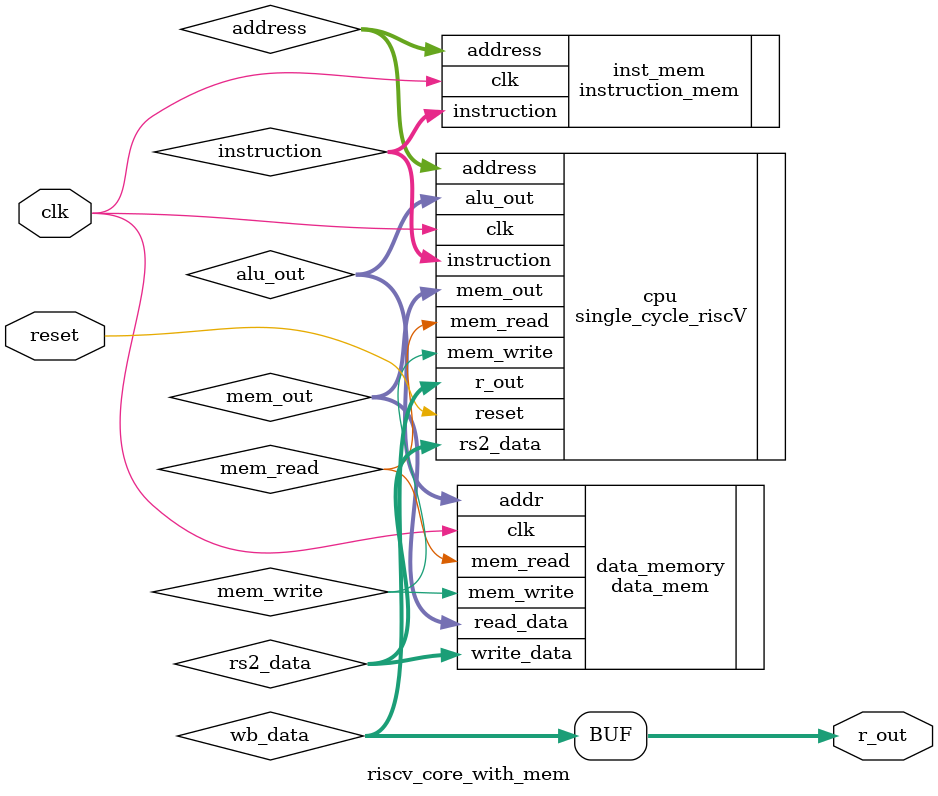
<source format=v>
module riscv_core_with_mem(
    input wire        clk,
    input wire        reset,
    output wire [31:0] r_out
);

    (* KEEP = "TRUE" *) wire [31:0] instruction;
    (* KEEP = "TRUE" *) wire [31:0] rs2_data;
    (* KEEP = "TRUE" *) wire [31:0] alu_out;
    (* KEEP = "TRUE" *) wire [31:0] wb_data;
    (* KEEP = "TRUE" *) wire [31:0] address, mem_out;
    (* KEEP = "TRUE" *) wire        mem_read, mem_write;

    // Instruction memory instance
    (* DONT_TOUCH = "TRUE" *) instruction_mem inst_mem (
        .clk(clk),
        .address(address),
        .instruction(instruction)
    );

    // CPU core instance
    (* DONT_TOUCH = "TRUE" *) single_cycle_riscV cpu (
        .clk(clk),
        .reset(reset),
        .instruction(instruction),
        .rs2_data(rs2_data),
        .r_out(wb_data),
        .address(address),
        .mem_out(mem_out),
        .mem_read(mem_read),
        .alu_out(alu_out),
        .mem_write(mem_write)
    );

    // Data memory instance
    (* DONT_TOUCH = "TRUE" *) data_mem data_memory (
        .clk(clk),
        .mem_read(mem_read),
        .mem_write(mem_write),
        .addr(alu_out),
        .write_data(rs2_data),
        .read_data(mem_out)
    );

    assign r_out = wb_data;

endmodule

</source>
